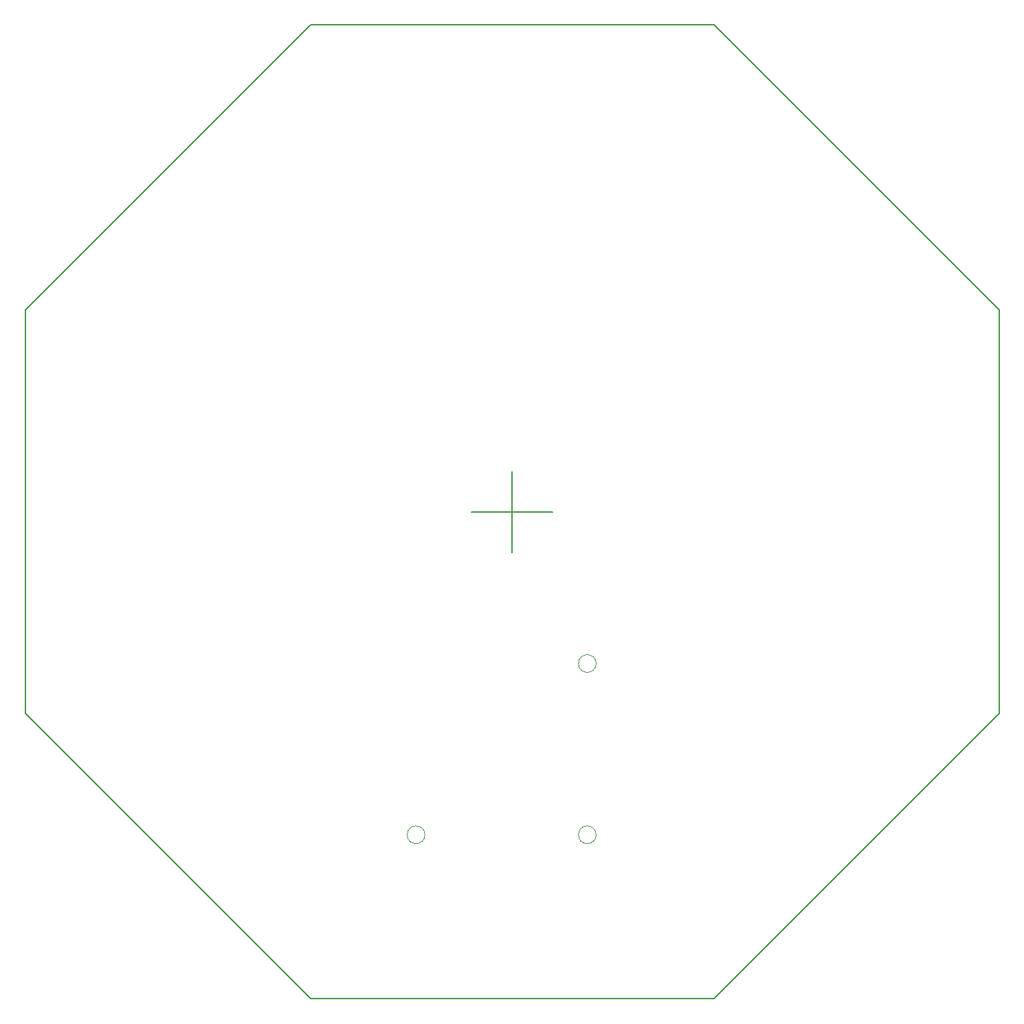
<source format=gbr>
%TF.GenerationSoftware,KiCad,Pcbnew,7.0.5-0*%
%TF.CreationDate,2024-01-05T10:03:26+01:00*%
%TF.ProjectId,mollusc_motion_board,6d6f6c6c-7573-4635-9f6d-6f74696f6e5f,rev?*%
%TF.SameCoordinates,Original*%
%TF.FileFunction,Profile,NP*%
%FSLAX46Y46*%
G04 Gerber Fmt 4.6, Leading zero omitted, Abs format (unit mm)*
G04 Created by KiCad (PCBNEW 7.0.5-0) date 2024-01-05 10:03:26*
%MOMM*%
%LPD*%
G01*
G04 APERTURE LIST*
%TA.AperFunction,Profile*%
%ADD10C,0.200000*%
%TD*%
%TA.AperFunction,Profile*%
%ADD11C,0.050000*%
%TD*%
G04 APERTURE END LIST*
D10*
X0Y5000000D02*
X0Y-5000000D01*
X-60000000Y-24852814D02*
X-24852814Y-60000000D01*
X-5000000Y0D02*
X5000000Y0D01*
X-60000000Y24852814D02*
X-60000000Y-24852814D01*
X60000000Y24852814D02*
X24852814Y60000000D01*
X-24852814Y-60000000D02*
X24852814Y-60000000D01*
X-24852814Y60000000D02*
X-60000000Y24852814D01*
X24852814Y60000000D02*
X-24852814Y60000000D01*
X60000000Y-24852814D02*
X60000000Y24852814D01*
X24852814Y-60000000D02*
X60000000Y-24852814D01*
D11*
%TO.C,J6*%
X-10765000Y-39796000D02*
G75*
G03*
X-10765000Y-39796000I-1090000J0D01*
G01*
X10335000Y-18696000D02*
G75*
G03*
X10335000Y-18696000I-1090000J0D01*
G01*
X10335000Y-39796000D02*
G75*
G03*
X10335000Y-39796000I-1090000J0D01*
G01*
%TD*%
M02*

</source>
